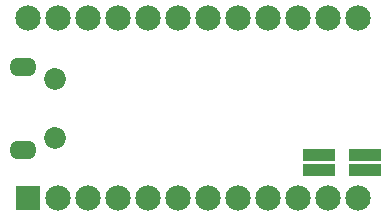
<source format=gbr>
G04 #@! TF.GenerationSoftware,KiCad,Pcbnew,(5.0.0)*
G04 #@! TF.CreationDate,2019-04-09T17:12:50-06:00*
G04 #@! TF.ProjectId,NRF52832 Base,4E5246353238333220426173652E6B69,rev?*
G04 #@! TF.SameCoordinates,Original*
G04 #@! TF.FileFunction,Soldermask,Bot*
G04 #@! TF.FilePolarity,Negative*
%FSLAX46Y46*%
G04 Gerber Fmt 4.6, Leading zero omitted, Abs format (unit mm)*
G04 Created by KiCad (PCBNEW (5.0.0)) date 04/09/19 17:12:50*
%MOMM*%
%LPD*%
G01*
G04 APERTURE LIST*
%ADD10R,2.152600X2.152600*%
%ADD11C,2.152600*%
%ADD12C,1.850000*%
%ADD13O,2.300000X1.600000*%
%ADD14R,2.800000X1.140000*%
G04 APERTURE END LIST*
D10*
G04 #@! TO.C,U2*
X113030000Y-97155000D03*
D11*
X115570000Y-97155000D03*
X118110000Y-97155000D03*
X120650000Y-97155000D03*
X123190000Y-97155000D03*
X125730000Y-97155000D03*
X128270000Y-97155000D03*
X130810000Y-97155000D03*
X133350000Y-97155000D03*
X135890000Y-97155000D03*
X138430000Y-97155000D03*
X140970000Y-97155000D03*
X140970000Y-81915000D03*
X138430000Y-81915000D03*
X135890000Y-81915000D03*
X133350000Y-81915000D03*
X130810000Y-81915000D03*
X128270000Y-81915000D03*
X125730000Y-81915000D03*
X123190000Y-81915000D03*
X120650000Y-81915000D03*
X118110000Y-81915000D03*
X115570000Y-81915000D03*
X113030000Y-81915000D03*
G04 #@! TD*
D12*
G04 #@! TO.C,J2*
X115316000Y-87075000D03*
X115316000Y-92075000D03*
D13*
X112616000Y-86075000D03*
X112616000Y-93075000D03*
G04 #@! TD*
D14*
G04 #@! TO.C,J1*
X141586500Y-93472000D03*
X137686500Y-93472000D03*
X141586500Y-94742000D03*
X137686500Y-94742000D03*
G04 #@! TD*
M02*

</source>
